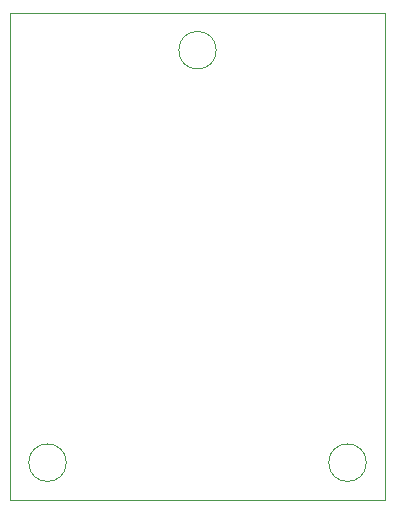
<source format=gbr>
%TF.GenerationSoftware,KiCad,Pcbnew,(6.0.0)*%
%TF.CreationDate,2022-01-11T19:00:17-08:00*%
%TF.ProjectId,AMS-Vacuum-Sensor,414d532d-5661-4637-9575-6d2d53656e73,rev?*%
%TF.SameCoordinates,Original*%
%TF.FileFunction,Profile,NP*%
%FSLAX46Y46*%
G04 Gerber Fmt 4.6, Leading zero omitted, Abs format (unit mm)*
G04 Created by KiCad (PCBNEW (6.0.0)) date 2022-01-11 19:00:17*
%MOMM*%
%LPD*%
G01*
G04 APERTURE LIST*
%TA.AperFunction,Profile*%
%ADD10C,0.100000*%
%TD*%
G04 APERTURE END LIST*
D10*
X133350000Y-117475000D02*
X133350000Y-76200000D01*
X106362500Y-114300000D02*
G75*
G03*
X106362500Y-114300000I-1587500J0D01*
G01*
X101600000Y-76200000D02*
X101600000Y-117475000D01*
X133350000Y-76200000D02*
X101600000Y-76200000D01*
X119062500Y-79375000D02*
G75*
G03*
X119062500Y-79375000I-1587500J0D01*
G01*
X131762500Y-114300000D02*
G75*
G03*
X131762500Y-114300000I-1587500J0D01*
G01*
X101600000Y-117475000D02*
X133350000Y-117475000D01*
M02*

</source>
